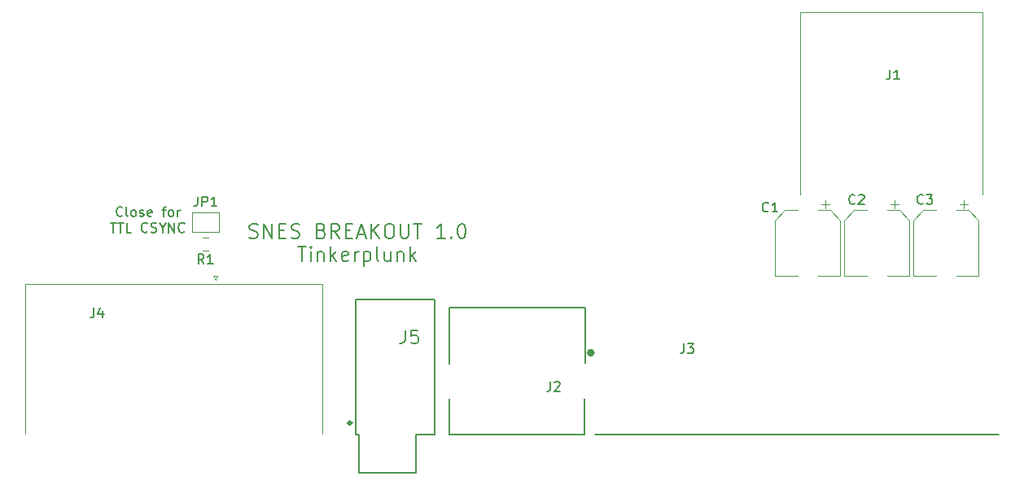
<source format=gto>
G04 #@! TF.GenerationSoftware,KiCad,Pcbnew,(5.1.0)-1*
G04 #@! TF.CreationDate,2019-07-03T15:35:13-04:00*
G04 #@! TF.ProjectId,snes breakout,736e6573-2062-4726-9561-6b6f75742e6b,rev?*
G04 #@! TF.SameCoordinates,Original*
G04 #@! TF.FileFunction,Legend,Top*
G04 #@! TF.FilePolarity,Positive*
%FSLAX46Y46*%
G04 Gerber Fmt 4.6, Leading zero omitted, Abs format (unit mm)*
G04 Created by KiCad (PCBNEW (5.1.0)-1) date 2019-07-03 15:35:13*
%MOMM*%
%LPD*%
G04 APERTURE LIST*
%ADD10C,0.150000*%
%ADD11C,0.120000*%
%ADD12C,0.127000*%
%ADD13C,0.400000*%
%ADD14C,0.340000*%
G04 APERTURE END LIST*
D10*
X107350000Y-49207142D02*
X107564285Y-49278571D01*
X107921428Y-49278571D01*
X108064285Y-49207142D01*
X108135714Y-49135714D01*
X108207142Y-48992857D01*
X108207142Y-48850000D01*
X108135714Y-48707142D01*
X108064285Y-48635714D01*
X107921428Y-48564285D01*
X107635714Y-48492857D01*
X107492857Y-48421428D01*
X107421428Y-48350000D01*
X107350000Y-48207142D01*
X107350000Y-48064285D01*
X107421428Y-47921428D01*
X107492857Y-47850000D01*
X107635714Y-47778571D01*
X107992857Y-47778571D01*
X108207142Y-47850000D01*
X108850000Y-49278571D02*
X108850000Y-47778571D01*
X109707142Y-49278571D01*
X109707142Y-47778571D01*
X110421428Y-48492857D02*
X110921428Y-48492857D01*
X111135714Y-49278571D02*
X110421428Y-49278571D01*
X110421428Y-47778571D01*
X111135714Y-47778571D01*
X111707142Y-49207142D02*
X111921428Y-49278571D01*
X112278571Y-49278571D01*
X112421428Y-49207142D01*
X112492857Y-49135714D01*
X112564285Y-48992857D01*
X112564285Y-48850000D01*
X112492857Y-48707142D01*
X112421428Y-48635714D01*
X112278571Y-48564285D01*
X111992857Y-48492857D01*
X111850000Y-48421428D01*
X111778571Y-48350000D01*
X111707142Y-48207142D01*
X111707142Y-48064285D01*
X111778571Y-47921428D01*
X111850000Y-47850000D01*
X111992857Y-47778571D01*
X112350000Y-47778571D01*
X112564285Y-47850000D01*
X114850000Y-48492857D02*
X115064285Y-48564285D01*
X115135714Y-48635714D01*
X115207142Y-48778571D01*
X115207142Y-48992857D01*
X115135714Y-49135714D01*
X115064285Y-49207142D01*
X114921428Y-49278571D01*
X114350000Y-49278571D01*
X114350000Y-47778571D01*
X114850000Y-47778571D01*
X114992857Y-47850000D01*
X115064285Y-47921428D01*
X115135714Y-48064285D01*
X115135714Y-48207142D01*
X115064285Y-48350000D01*
X114992857Y-48421428D01*
X114850000Y-48492857D01*
X114350000Y-48492857D01*
X116707142Y-49278571D02*
X116207142Y-48564285D01*
X115850000Y-49278571D02*
X115850000Y-47778571D01*
X116421428Y-47778571D01*
X116564285Y-47850000D01*
X116635714Y-47921428D01*
X116707142Y-48064285D01*
X116707142Y-48278571D01*
X116635714Y-48421428D01*
X116564285Y-48492857D01*
X116421428Y-48564285D01*
X115850000Y-48564285D01*
X117350000Y-48492857D02*
X117850000Y-48492857D01*
X118064285Y-49278571D02*
X117350000Y-49278571D01*
X117350000Y-47778571D01*
X118064285Y-47778571D01*
X118635714Y-48850000D02*
X119350000Y-48850000D01*
X118492857Y-49278571D02*
X118992857Y-47778571D01*
X119492857Y-49278571D01*
X119992857Y-49278571D02*
X119992857Y-47778571D01*
X120850000Y-49278571D02*
X120207142Y-48421428D01*
X120850000Y-47778571D02*
X119992857Y-48635714D01*
X121778571Y-47778571D02*
X122064285Y-47778571D01*
X122207142Y-47850000D01*
X122350000Y-47992857D01*
X122421428Y-48278571D01*
X122421428Y-48778571D01*
X122350000Y-49064285D01*
X122207142Y-49207142D01*
X122064285Y-49278571D01*
X121778571Y-49278571D01*
X121635714Y-49207142D01*
X121492857Y-49064285D01*
X121421428Y-48778571D01*
X121421428Y-48278571D01*
X121492857Y-47992857D01*
X121635714Y-47850000D01*
X121778571Y-47778571D01*
X123064285Y-47778571D02*
X123064285Y-48992857D01*
X123135714Y-49135714D01*
X123207142Y-49207142D01*
X123350000Y-49278571D01*
X123635714Y-49278571D01*
X123778571Y-49207142D01*
X123850000Y-49135714D01*
X123921428Y-48992857D01*
X123921428Y-47778571D01*
X124421428Y-47778571D02*
X125278571Y-47778571D01*
X124850000Y-49278571D02*
X124850000Y-47778571D01*
X127707142Y-49278571D02*
X126850000Y-49278571D01*
X127278571Y-49278571D02*
X127278571Y-47778571D01*
X127135714Y-47992857D01*
X126992857Y-48135714D01*
X126850000Y-48207142D01*
X128350000Y-49135714D02*
X128421428Y-49207142D01*
X128350000Y-49278571D01*
X128278571Y-49207142D01*
X128350000Y-49135714D01*
X128350000Y-49278571D01*
X129350000Y-47778571D02*
X129492857Y-47778571D01*
X129635714Y-47850000D01*
X129707142Y-47921428D01*
X129778571Y-48064285D01*
X129850000Y-48350000D01*
X129850000Y-48707142D01*
X129778571Y-48992857D01*
X129707142Y-49135714D01*
X129635714Y-49207142D01*
X129492857Y-49278571D01*
X129350000Y-49278571D01*
X129207142Y-49207142D01*
X129135714Y-49135714D01*
X129064285Y-48992857D01*
X128992857Y-48707142D01*
X128992857Y-48350000D01*
X129064285Y-48064285D01*
X129135714Y-47921428D01*
X129207142Y-47850000D01*
X129350000Y-47778571D01*
X112385714Y-50178571D02*
X113242857Y-50178571D01*
X112814285Y-51678571D02*
X112814285Y-50178571D01*
X113742857Y-51678571D02*
X113742857Y-50678571D01*
X113742857Y-50178571D02*
X113671428Y-50250000D01*
X113742857Y-50321428D01*
X113814285Y-50250000D01*
X113742857Y-50178571D01*
X113742857Y-50321428D01*
X114457142Y-50678571D02*
X114457142Y-51678571D01*
X114457142Y-50821428D02*
X114528571Y-50750000D01*
X114671428Y-50678571D01*
X114885714Y-50678571D01*
X115028571Y-50750000D01*
X115099999Y-50892857D01*
X115099999Y-51678571D01*
X115814285Y-51678571D02*
X115814285Y-50178571D01*
X115957142Y-51107142D02*
X116385714Y-51678571D01*
X116385714Y-50678571D02*
X115814285Y-51250000D01*
X117599999Y-51607142D02*
X117457142Y-51678571D01*
X117171428Y-51678571D01*
X117028571Y-51607142D01*
X116957142Y-51464285D01*
X116957142Y-50892857D01*
X117028571Y-50750000D01*
X117171428Y-50678571D01*
X117457142Y-50678571D01*
X117599999Y-50750000D01*
X117671428Y-50892857D01*
X117671428Y-51035714D01*
X116957142Y-51178571D01*
X118314285Y-51678571D02*
X118314285Y-50678571D01*
X118314285Y-50964285D02*
X118385714Y-50821428D01*
X118457142Y-50750000D01*
X118599999Y-50678571D01*
X118742857Y-50678571D01*
X119242857Y-50678571D02*
X119242857Y-52178571D01*
X119242857Y-50750000D02*
X119385714Y-50678571D01*
X119671428Y-50678571D01*
X119814285Y-50750000D01*
X119885714Y-50821428D01*
X119957142Y-50964285D01*
X119957142Y-51392857D01*
X119885714Y-51535714D01*
X119814285Y-51607142D01*
X119671428Y-51678571D01*
X119385714Y-51678571D01*
X119242857Y-51607142D01*
X120814285Y-51678571D02*
X120671428Y-51607142D01*
X120599999Y-51464285D01*
X120599999Y-50178571D01*
X122028571Y-50678571D02*
X122028571Y-51678571D01*
X121385714Y-50678571D02*
X121385714Y-51464285D01*
X121457142Y-51607142D01*
X121599999Y-51678571D01*
X121814285Y-51678571D01*
X121957142Y-51607142D01*
X122028571Y-51535714D01*
X122742857Y-50678571D02*
X122742857Y-51678571D01*
X122742857Y-50821428D02*
X122814285Y-50750000D01*
X122957142Y-50678571D01*
X123171428Y-50678571D01*
X123314285Y-50750000D01*
X123385714Y-50892857D01*
X123385714Y-51678571D01*
X124099999Y-51678571D02*
X124099999Y-50178571D01*
X124242857Y-51107142D02*
X124671428Y-51678571D01*
X124671428Y-50678571D02*
X124099999Y-51250000D01*
X94133333Y-46932142D02*
X94085714Y-46979761D01*
X93942857Y-47027380D01*
X93847619Y-47027380D01*
X93704761Y-46979761D01*
X93609523Y-46884523D01*
X93561904Y-46789285D01*
X93514285Y-46598809D01*
X93514285Y-46455952D01*
X93561904Y-46265476D01*
X93609523Y-46170238D01*
X93704761Y-46075000D01*
X93847619Y-46027380D01*
X93942857Y-46027380D01*
X94085714Y-46075000D01*
X94133333Y-46122619D01*
X94704761Y-47027380D02*
X94609523Y-46979761D01*
X94561904Y-46884523D01*
X94561904Y-46027380D01*
X95228571Y-47027380D02*
X95133333Y-46979761D01*
X95085714Y-46932142D01*
X95038095Y-46836904D01*
X95038095Y-46551190D01*
X95085714Y-46455952D01*
X95133333Y-46408333D01*
X95228571Y-46360714D01*
X95371428Y-46360714D01*
X95466666Y-46408333D01*
X95514285Y-46455952D01*
X95561904Y-46551190D01*
X95561904Y-46836904D01*
X95514285Y-46932142D01*
X95466666Y-46979761D01*
X95371428Y-47027380D01*
X95228571Y-47027380D01*
X95942857Y-46979761D02*
X96038095Y-47027380D01*
X96228571Y-47027380D01*
X96323809Y-46979761D01*
X96371428Y-46884523D01*
X96371428Y-46836904D01*
X96323809Y-46741666D01*
X96228571Y-46694047D01*
X96085714Y-46694047D01*
X95990476Y-46646428D01*
X95942857Y-46551190D01*
X95942857Y-46503571D01*
X95990476Y-46408333D01*
X96085714Y-46360714D01*
X96228571Y-46360714D01*
X96323809Y-46408333D01*
X97180952Y-46979761D02*
X97085714Y-47027380D01*
X96895238Y-47027380D01*
X96800000Y-46979761D01*
X96752380Y-46884523D01*
X96752380Y-46503571D01*
X96800000Y-46408333D01*
X96895238Y-46360714D01*
X97085714Y-46360714D01*
X97180952Y-46408333D01*
X97228571Y-46503571D01*
X97228571Y-46598809D01*
X96752380Y-46694047D01*
X98276190Y-46360714D02*
X98657142Y-46360714D01*
X98419047Y-47027380D02*
X98419047Y-46170238D01*
X98466666Y-46075000D01*
X98561904Y-46027380D01*
X98657142Y-46027380D01*
X99133333Y-47027380D02*
X99038095Y-46979761D01*
X98990476Y-46932142D01*
X98942857Y-46836904D01*
X98942857Y-46551190D01*
X98990476Y-46455952D01*
X99038095Y-46408333D01*
X99133333Y-46360714D01*
X99276190Y-46360714D01*
X99371428Y-46408333D01*
X99419047Y-46455952D01*
X99466666Y-46551190D01*
X99466666Y-46836904D01*
X99419047Y-46932142D01*
X99371428Y-46979761D01*
X99276190Y-47027380D01*
X99133333Y-47027380D01*
X99895238Y-47027380D02*
X99895238Y-46360714D01*
X99895238Y-46551190D02*
X99942857Y-46455952D01*
X99990476Y-46408333D01*
X100085714Y-46360714D01*
X100180952Y-46360714D01*
X92919047Y-47677380D02*
X93490476Y-47677380D01*
X93204761Y-48677380D02*
X93204761Y-47677380D01*
X93680952Y-47677380D02*
X94252380Y-47677380D01*
X93966666Y-48677380D02*
X93966666Y-47677380D01*
X95061904Y-48677380D02*
X94585714Y-48677380D01*
X94585714Y-47677380D01*
X96728571Y-48582142D02*
X96680952Y-48629761D01*
X96538095Y-48677380D01*
X96442857Y-48677380D01*
X96300000Y-48629761D01*
X96204761Y-48534523D01*
X96157142Y-48439285D01*
X96109523Y-48248809D01*
X96109523Y-48105952D01*
X96157142Y-47915476D01*
X96204761Y-47820238D01*
X96300000Y-47725000D01*
X96442857Y-47677380D01*
X96538095Y-47677380D01*
X96680952Y-47725000D01*
X96728571Y-47772619D01*
X97109523Y-48629761D02*
X97252380Y-48677380D01*
X97490476Y-48677380D01*
X97585714Y-48629761D01*
X97633333Y-48582142D01*
X97680952Y-48486904D01*
X97680952Y-48391666D01*
X97633333Y-48296428D01*
X97585714Y-48248809D01*
X97490476Y-48201190D01*
X97300000Y-48153571D01*
X97204761Y-48105952D01*
X97157142Y-48058333D01*
X97109523Y-47963095D01*
X97109523Y-47867857D01*
X97157142Y-47772619D01*
X97204761Y-47725000D01*
X97300000Y-47677380D01*
X97538095Y-47677380D01*
X97680952Y-47725000D01*
X98300000Y-48201190D02*
X98300000Y-48677380D01*
X97966666Y-47677380D02*
X98300000Y-48201190D01*
X98633333Y-47677380D01*
X98966666Y-48677380D02*
X98966666Y-47677380D01*
X99538095Y-48677380D01*
X99538095Y-47677380D01*
X100585714Y-48582142D02*
X100538095Y-48629761D01*
X100395238Y-48677380D01*
X100300000Y-48677380D01*
X100157142Y-48629761D01*
X100061904Y-48534523D01*
X100014285Y-48439285D01*
X99966666Y-48248809D01*
X99966666Y-48105952D01*
X100014285Y-47915476D01*
X100061904Y-47820238D01*
X100157142Y-47725000D01*
X100300000Y-47677380D01*
X100395238Y-47677380D01*
X100538095Y-47725000D01*
X100585714Y-47772619D01*
X143300000Y-69700000D02*
X185300000Y-69700000D01*
D11*
X161990000Y-53210000D02*
X164340000Y-53210000D01*
X168810000Y-53210000D02*
X166460000Y-53210000D01*
X168810000Y-47454437D02*
X168810000Y-53210000D01*
X161990000Y-47454437D02*
X161990000Y-53210000D01*
X163054437Y-46390000D02*
X164340000Y-46390000D01*
X167745563Y-46390000D02*
X166460000Y-46390000D01*
X167745563Y-46390000D02*
X168810000Y-47454437D01*
X163054437Y-46390000D02*
X161990000Y-47454437D01*
X167247500Y-45362500D02*
X167247500Y-46150000D01*
X167641250Y-45756250D02*
X166853750Y-45756250D01*
X174841250Y-45756250D02*
X174053750Y-45756250D01*
X174447500Y-45362500D02*
X174447500Y-46150000D01*
X170254437Y-46390000D02*
X169190000Y-47454437D01*
X174945563Y-46390000D02*
X176010000Y-47454437D01*
X174945563Y-46390000D02*
X173660000Y-46390000D01*
X170254437Y-46390000D02*
X171540000Y-46390000D01*
X169190000Y-47454437D02*
X169190000Y-53210000D01*
X176010000Y-47454437D02*
X176010000Y-53210000D01*
X176010000Y-53210000D02*
X173660000Y-53210000D01*
X169190000Y-53210000D02*
X171540000Y-53210000D01*
X176390000Y-53210000D02*
X178740000Y-53210000D01*
X183210000Y-53210000D02*
X180860000Y-53210000D01*
X183210000Y-47454437D02*
X183210000Y-53210000D01*
X176390000Y-47454437D02*
X176390000Y-53210000D01*
X177454437Y-46390000D02*
X178740000Y-46390000D01*
X182145563Y-46390000D02*
X180860000Y-46390000D01*
X182145563Y-46390000D02*
X183210000Y-47454437D01*
X177454437Y-46390000D02*
X176390000Y-47454437D01*
X181647500Y-45362500D02*
X181647500Y-46150000D01*
X182041250Y-45756250D02*
X181253750Y-45756250D01*
X183600000Y-44758220D02*
X183600000Y-25758220D01*
X183600000Y-25758220D02*
X164600000Y-25758220D01*
X164600000Y-25758220D02*
X164600000Y-44758220D01*
D12*
X142200000Y-69700000D02*
X128150000Y-69700000D01*
X128150000Y-56500000D02*
X142250000Y-56500000D01*
X142200000Y-69700000D02*
X142200000Y-66010000D01*
X142250000Y-56500000D02*
X142250000Y-62300000D01*
X128150000Y-69700000D02*
X128150000Y-66010000D01*
X128150000Y-56500000D02*
X128150000Y-62350000D01*
D13*
X143060000Y-61200000D02*
G75*
G03X143060000Y-61200000I-200000J0D01*
G01*
D11*
X84000000Y-69670000D02*
X84000000Y-54060000D01*
X84000000Y-54060000D02*
X114970000Y-54060000D01*
X114970000Y-54060000D02*
X114970000Y-69670000D01*
X103550000Y-53165662D02*
X104050000Y-53165662D01*
X104050000Y-53165662D02*
X103800000Y-53598675D01*
X103800000Y-53598675D02*
X103550000Y-53165662D01*
D14*
X117970000Y-68500000D02*
G75*
G03X117970000Y-68500000I-170000J0D01*
G01*
D12*
X118700000Y-69700000D02*
X118400000Y-69700000D01*
X118700000Y-73700000D02*
X118700000Y-69700000D01*
X124700000Y-73700000D02*
X118700000Y-73700000D01*
X124700000Y-69700000D02*
X124700000Y-73700000D01*
X126600000Y-69700000D02*
X124700000Y-69700000D01*
X126600000Y-55700000D02*
X126600000Y-69700000D01*
X118400000Y-55700000D02*
X126600000Y-55700000D01*
X118400000Y-69700000D02*
X118400000Y-55700000D01*
D11*
X104200000Y-46600000D02*
X104200000Y-48600000D01*
X101400000Y-46600000D02*
X104200000Y-46600000D01*
X101400000Y-48600000D02*
X101400000Y-46600000D01*
X104200000Y-48600000D02*
X101400000Y-48600000D01*
X102513748Y-49190000D02*
X103036252Y-49190000D01*
X102513748Y-50610000D02*
X103036252Y-50610000D01*
D10*
X152536666Y-60262380D02*
X152536666Y-60976666D01*
X152489047Y-61119523D01*
X152393809Y-61214761D01*
X152250952Y-61262380D01*
X152155714Y-61262380D01*
X152917619Y-60262380D02*
X153536666Y-60262380D01*
X153203333Y-60643333D01*
X153346190Y-60643333D01*
X153441428Y-60690952D01*
X153489047Y-60738571D01*
X153536666Y-60833809D01*
X153536666Y-61071904D01*
X153489047Y-61167142D01*
X153441428Y-61214761D01*
X153346190Y-61262380D01*
X153060476Y-61262380D01*
X152965238Y-61214761D01*
X152917619Y-61167142D01*
X161333333Y-46457142D02*
X161285714Y-46504761D01*
X161142857Y-46552380D01*
X161047619Y-46552380D01*
X160904761Y-46504761D01*
X160809523Y-46409523D01*
X160761904Y-46314285D01*
X160714285Y-46123809D01*
X160714285Y-45980952D01*
X160761904Y-45790476D01*
X160809523Y-45695238D01*
X160904761Y-45600000D01*
X161047619Y-45552380D01*
X161142857Y-45552380D01*
X161285714Y-45600000D01*
X161333333Y-45647619D01*
X162285714Y-46552380D02*
X161714285Y-46552380D01*
X162000000Y-46552380D02*
X162000000Y-45552380D01*
X161904761Y-45695238D01*
X161809523Y-45790476D01*
X161714285Y-45838095D01*
X170333333Y-45657142D02*
X170285714Y-45704761D01*
X170142857Y-45752380D01*
X170047619Y-45752380D01*
X169904761Y-45704761D01*
X169809523Y-45609523D01*
X169761904Y-45514285D01*
X169714285Y-45323809D01*
X169714285Y-45180952D01*
X169761904Y-44990476D01*
X169809523Y-44895238D01*
X169904761Y-44800000D01*
X170047619Y-44752380D01*
X170142857Y-44752380D01*
X170285714Y-44800000D01*
X170333333Y-44847619D01*
X170714285Y-44847619D02*
X170761904Y-44800000D01*
X170857142Y-44752380D01*
X171095238Y-44752380D01*
X171190476Y-44800000D01*
X171238095Y-44847619D01*
X171285714Y-44942857D01*
X171285714Y-45038095D01*
X171238095Y-45180952D01*
X170666666Y-45752380D01*
X171285714Y-45752380D01*
X177433333Y-45657142D02*
X177385714Y-45704761D01*
X177242857Y-45752380D01*
X177147619Y-45752380D01*
X177004761Y-45704761D01*
X176909523Y-45609523D01*
X176861904Y-45514285D01*
X176814285Y-45323809D01*
X176814285Y-45180952D01*
X176861904Y-44990476D01*
X176909523Y-44895238D01*
X177004761Y-44800000D01*
X177147619Y-44752380D01*
X177242857Y-44752380D01*
X177385714Y-44800000D01*
X177433333Y-44847619D01*
X177766666Y-44752380D02*
X178385714Y-44752380D01*
X178052380Y-45133333D01*
X178195238Y-45133333D01*
X178290476Y-45180952D01*
X178338095Y-45228571D01*
X178385714Y-45323809D01*
X178385714Y-45561904D01*
X178338095Y-45657142D01*
X178290476Y-45704761D01*
X178195238Y-45752380D01*
X177909523Y-45752380D01*
X177814285Y-45704761D01*
X177766666Y-45657142D01*
X173977226Y-31752380D02*
X173977226Y-32466666D01*
X173929607Y-32609523D01*
X173834369Y-32704761D01*
X173691512Y-32752380D01*
X173596274Y-32752380D01*
X174977226Y-32752380D02*
X174405798Y-32752380D01*
X174691512Y-32752380D02*
X174691512Y-31752380D01*
X174596274Y-31895238D01*
X174501036Y-31990476D01*
X174405798Y-32038095D01*
X138659166Y-64203380D02*
X138659166Y-64917666D01*
X138611547Y-65060523D01*
X138516309Y-65155761D01*
X138373452Y-65203380D01*
X138278214Y-65203380D01*
X139087738Y-64298619D02*
X139135357Y-64251000D01*
X139230595Y-64203380D01*
X139468690Y-64203380D01*
X139563928Y-64251000D01*
X139611547Y-64298619D01*
X139659166Y-64393857D01*
X139659166Y-64489095D01*
X139611547Y-64631952D01*
X139040119Y-65203380D01*
X139659166Y-65203380D01*
X91165166Y-56549380D02*
X91165166Y-57263666D01*
X91117547Y-57406523D01*
X91022309Y-57501761D01*
X90879452Y-57549380D01*
X90784214Y-57549380D01*
X92069928Y-56882714D02*
X92069928Y-57549380D01*
X91831833Y-56501761D02*
X91593738Y-57216047D01*
X92212785Y-57216047D01*
X123530103Y-58842955D02*
X123530103Y-59843448D01*
X123463403Y-60043546D01*
X123330004Y-60176945D01*
X123129906Y-60243645D01*
X122996507Y-60243645D01*
X124864093Y-58842955D02*
X124197098Y-58842955D01*
X124130399Y-59509950D01*
X124197098Y-59443251D01*
X124330497Y-59376551D01*
X124663995Y-59376551D01*
X124797394Y-59443251D01*
X124864093Y-59509950D01*
X124930793Y-59643349D01*
X124930793Y-59976847D01*
X124864093Y-60110246D01*
X124797394Y-60176945D01*
X124663995Y-60243645D01*
X124330497Y-60243645D01*
X124197098Y-60176945D01*
X124130399Y-60110246D01*
X101966666Y-44952380D02*
X101966666Y-45666666D01*
X101919047Y-45809523D01*
X101823809Y-45904761D01*
X101680952Y-45952380D01*
X101585714Y-45952380D01*
X102442857Y-45952380D02*
X102442857Y-44952380D01*
X102823809Y-44952380D01*
X102919047Y-45000000D01*
X102966666Y-45047619D01*
X103014285Y-45142857D01*
X103014285Y-45285714D01*
X102966666Y-45380952D01*
X102919047Y-45428571D01*
X102823809Y-45476190D01*
X102442857Y-45476190D01*
X103966666Y-45952380D02*
X103395238Y-45952380D01*
X103680952Y-45952380D02*
X103680952Y-44952380D01*
X103585714Y-45095238D01*
X103490476Y-45190476D01*
X103395238Y-45238095D01*
X102608333Y-51952380D02*
X102275000Y-51476190D01*
X102036904Y-51952380D02*
X102036904Y-50952380D01*
X102417857Y-50952380D01*
X102513095Y-51000000D01*
X102560714Y-51047619D01*
X102608333Y-51142857D01*
X102608333Y-51285714D01*
X102560714Y-51380952D01*
X102513095Y-51428571D01*
X102417857Y-51476190D01*
X102036904Y-51476190D01*
X103560714Y-51952380D02*
X102989285Y-51952380D01*
X103275000Y-51952380D02*
X103275000Y-50952380D01*
X103179761Y-51095238D01*
X103084523Y-51190476D01*
X102989285Y-51238095D01*
M02*

</source>
